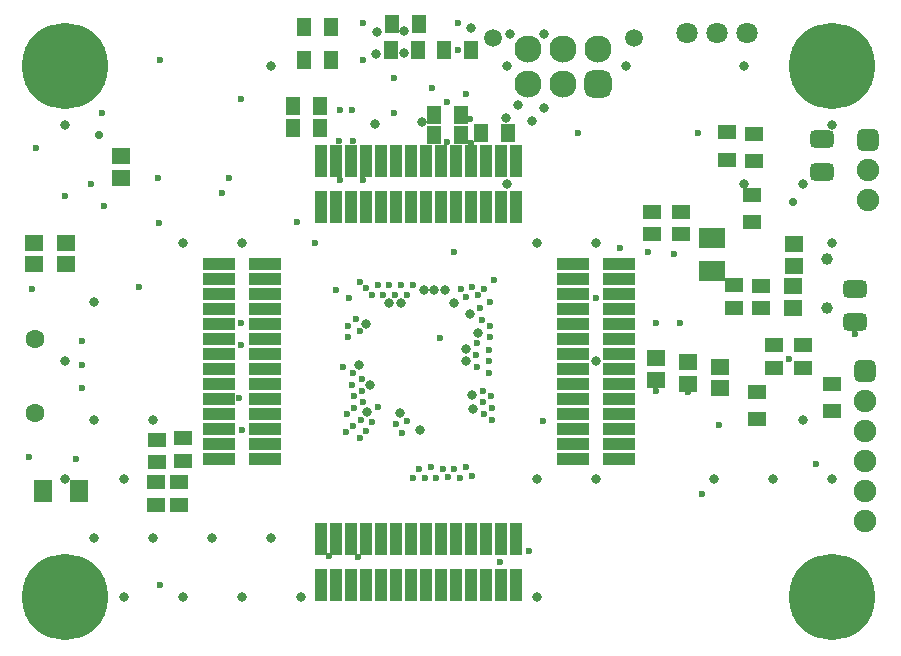
<source format=gbs>
G04*
G04 #@! TF.GenerationSoftware,Altium Limited,Altium Designer,23.6.0 (18)*
G04*
G04 Layer_Color=16711935*
%FSLAX44Y44*%
%MOMM*%
G71*
G04*
G04 #@! TF.SameCoordinates,CCBC56FC-1CF1-4223-B5A8-590D1C0EEFD8*
G04*
G04*
G04 #@! TF.FilePolarity,Negative*
G04*
G01*
G75*
%ADD44R,1.6000X1.2000*%
%ADD46R,1.6500X1.4500*%
%ADD49C,2.3000*%
%ADD53R,1.2000X1.6000*%
%ADD57R,2.2500X1.7000*%
%ADD67C,7.3000*%
%ADD68C,1.6000*%
%ADD69C,1.0000*%
%ADD70C,1.9000*%
G04:AMPARAMS|DCode=71|XSize=1.9mm|YSize=1.9mm|CornerRadius=0.55mm|HoleSize=0mm|Usage=FLASHONLY|Rotation=270.000|XOffset=0mm|YOffset=0mm|HoleType=Round|Shape=RoundedRectangle|*
%AMROUNDEDRECTD71*
21,1,1.9000,0.8000,0,0,270.0*
21,1,0.8000,1.9000,0,0,270.0*
1,1,1.1000,-0.4000,-0.4000*
1,1,1.1000,-0.4000,0.4000*
1,1,1.1000,0.4000,0.4000*
1,1,1.1000,0.4000,-0.4000*
%
%ADD71ROUNDEDRECTD71*%
G04:AMPARAMS|DCode=72|XSize=2.3mm|YSize=2.3mm|CornerRadius=0.65mm|HoleSize=0mm|Usage=FLASHONLY|Rotation=90.000|XOffset=0mm|YOffset=0mm|HoleType=Round|Shape=RoundedRectangle|*
%AMROUNDEDRECTD72*
21,1,2.3000,1.0000,0,0,90.0*
21,1,1.0000,2.3000,0,0,90.0*
1,1,1.3000,0.5000,0.5000*
1,1,1.3000,0.5000,-0.5000*
1,1,1.3000,-0.5000,-0.5000*
1,1,1.3000,-0.5000,0.5000*
%
%ADD72ROUNDEDRECTD72*%
%ADD73C,1.5000*%
%ADD74C,1.8000*%
%ADD75C,0.6000*%
%ADD76C,0.8000*%
%ADD77C,0.7000*%
%ADD93R,1.0500X2.7000*%
G04:AMPARAMS|DCode=94|XSize=2.05mm|YSize=1.55mm|CornerRadius=0.4625mm|HoleSize=0mm|Usage=FLASHONLY|Rotation=0.000|XOffset=0mm|YOffset=0mm|HoleType=Round|Shape=RoundedRectangle|*
%AMROUNDEDRECTD94*
21,1,2.0500,0.6250,0,0,0.0*
21,1,1.1250,1.5500,0,0,0.0*
1,1,0.9250,0.5625,-0.3125*
1,1,0.9250,-0.5625,-0.3125*
1,1,0.9250,-0.5625,0.3125*
1,1,0.9250,0.5625,0.3125*
%
%ADD94ROUNDEDRECTD94*%
%ADD95R,1.5000X1.9000*%
%ADD96R,2.7000X1.0500*%
D44*
X127000Y147500D02*
D03*
Y128500D02*
D03*
X147000Y147500D02*
D03*
Y128500D02*
D03*
X150000Y184500D02*
D03*
Y165500D02*
D03*
X128000Y183500D02*
D03*
Y164500D02*
D03*
X640000Y294500D02*
D03*
Y313500D02*
D03*
X617000Y295000D02*
D03*
Y314000D02*
D03*
X675000Y244500D02*
D03*
Y263500D02*
D03*
X651000Y244500D02*
D03*
Y263500D02*
D03*
X700000Y207500D02*
D03*
Y230500D02*
D03*
X636000Y200500D02*
D03*
Y223500D02*
D03*
X547000Y357500D02*
D03*
Y376500D02*
D03*
X572000Y376500D02*
D03*
Y357500D02*
D03*
X632000Y390500D02*
D03*
Y367500D02*
D03*
X634000Y419500D02*
D03*
Y442500D02*
D03*
X611000Y420500D02*
D03*
Y443500D02*
D03*
D46*
X667000Y294750D02*
D03*
Y313250D02*
D03*
X668000Y330750D02*
D03*
Y349250D02*
D03*
X551000Y234000D02*
D03*
Y252500D02*
D03*
X578000Y230750D02*
D03*
Y249250D02*
D03*
X605000Y245250D02*
D03*
Y226750D02*
D03*
X51000Y331750D02*
D03*
Y350250D02*
D03*
X98000Y405000D02*
D03*
Y423500D02*
D03*
X24000Y331750D02*
D03*
Y350250D02*
D03*
D49*
X442000Y484555D02*
D03*
X472000D02*
D03*
X442000Y514555D02*
D03*
X472000D02*
D03*
X502000D02*
D03*
D53*
X385500Y441000D02*
D03*
X362500D02*
D03*
X425500Y443000D02*
D03*
X402500D02*
D03*
X394500Y513000D02*
D03*
X371500D02*
D03*
X350500Y535000D02*
D03*
X327500D02*
D03*
X266500Y466000D02*
D03*
X243500D02*
D03*
Y447000D02*
D03*
X266500D02*
D03*
X252500Y533000D02*
D03*
X275500D02*
D03*
Y505000D02*
D03*
X252500D02*
D03*
X326500Y513000D02*
D03*
X349500D02*
D03*
X362500Y458000D02*
D03*
X385500D02*
D03*
D57*
X598000Y354000D02*
D03*
Y326000D02*
D03*
D67*
X700000Y50000D02*
D03*
X700000Y500000D02*
D03*
X50000Y500000D02*
D03*
X50000Y50000D02*
D03*
D68*
X25000Y268250D02*
D03*
Y205750D02*
D03*
D69*
X695500Y295250D02*
D03*
Y336750D02*
D03*
D70*
X728000Y114500D02*
D03*
Y139900D02*
D03*
Y190700D02*
D03*
Y216100D02*
D03*
Y165300D02*
D03*
X730000Y411600D02*
D03*
Y386200D02*
D03*
D71*
X728000Y241500D02*
D03*
X730000Y437000D02*
D03*
D72*
X502000Y484555D02*
D03*
D73*
X531690Y523445D02*
D03*
X412310D02*
D03*
D74*
X602600Y528000D02*
D03*
X577200D02*
D03*
X628000D02*
D03*
D75*
X273800Y85157D02*
D03*
X298310Y84446D02*
D03*
X419000Y80000D02*
D03*
X443000Y89000D02*
D03*
X369050Y60500D02*
D03*
X357000Y63000D02*
D03*
X686000Y163000D02*
D03*
X636000Y223500D02*
D03*
X327000Y534500D02*
D03*
X351000Y537000D02*
D03*
X390000Y160000D02*
D03*
X370000Y159000D02*
D03*
X360000Y160000D02*
D03*
X350000Y159000D02*
D03*
X345000Y314000D02*
D03*
X335000D02*
D03*
X325000D02*
D03*
X315000D02*
D03*
X305000Y312000D02*
D03*
X300000Y317000D02*
D03*
X290000Y280000D02*
D03*
X286000Y245000D02*
D03*
X288000Y190000D02*
D03*
X289000Y205000D02*
D03*
X305000Y191000D02*
D03*
X299750Y184750D02*
D03*
X310000Y198000D02*
D03*
X315000Y211000D02*
D03*
X180500Y192850D02*
D03*
Y205550D02*
D03*
Y218250D02*
D03*
X198000Y219000D02*
D03*
X199000Y263500D02*
D03*
Y282500D02*
D03*
X500000Y303000D02*
D03*
X183000Y392000D02*
D03*
X131000Y505000D02*
D03*
X414000Y319000D02*
D03*
X295000Y210000D02*
D03*
X301000Y200000D02*
D03*
X294000Y195000D02*
D03*
X412000Y210000D02*
D03*
X405000Y205000D02*
D03*
X412000Y200000D02*
D03*
X404000Y215000D02*
D03*
X411000Y220000D02*
D03*
X404000Y225000D02*
D03*
X368000Y269500D02*
D03*
X380000Y159000D02*
D03*
X374980Y151980D02*
D03*
X364820Y151000D02*
D03*
X354750D02*
D03*
X344956D02*
D03*
X340000Y199000D02*
D03*
X663000Y252000D02*
D03*
X511000Y191000D02*
D03*
X361000Y481000D02*
D03*
X577000Y252000D02*
D03*
X590000Y137000D02*
D03*
X72500Y400000D02*
D03*
X82000Y460000D02*
D03*
X551000Y282000D02*
D03*
X26000Y430250D02*
D03*
X50000Y390000D02*
D03*
X283500Y403000D02*
D03*
X455000Y199000D02*
D03*
X719000Y273000D02*
D03*
X485000Y443000D02*
D03*
X369000Y414000D02*
D03*
X343000Y417000D02*
D03*
X356000D02*
D03*
X380000Y342000D02*
D03*
X632000Y390500D02*
D03*
X83000Y381000D02*
D03*
X331000Y418000D02*
D03*
X406000Y427000D02*
D03*
X691000Y405100D02*
D03*
X290773Y303156D02*
D03*
X199000Y472000D02*
D03*
X302500Y403000D02*
D03*
X262000Y350000D02*
D03*
X247000Y368000D02*
D03*
X296500Y285500D02*
D03*
X290000Y270000D02*
D03*
X300000Y275000D02*
D03*
X279413Y310000D02*
D03*
X189000Y405000D02*
D03*
X374000Y435500D02*
D03*
Y469000D02*
D03*
X385250Y311000D02*
D03*
X130000Y366950D02*
D03*
X571000Y282000D02*
D03*
X113000Y313000D02*
D03*
X129000Y405000D02*
D03*
X131000Y60500D02*
D03*
X213000Y180000D02*
D03*
X200000Y192000D02*
D03*
X60000Y167000D02*
D03*
X33000Y140000D02*
D03*
X65000Y247000D02*
D03*
X52000Y331000D02*
D03*
X22000Y311000D02*
D03*
X394000Y435000D02*
D03*
X294172Y436461D02*
D03*
X393000Y455000D02*
D03*
X293000Y462250D02*
D03*
X329000Y460000D02*
D03*
Y490000D02*
D03*
X383250Y536000D02*
D03*
X617000Y295000D02*
D03*
X599000Y324750D02*
D03*
X667000Y294000D02*
D03*
X382000Y416000D02*
D03*
X394000Y415000D02*
D03*
X520000Y346000D02*
D03*
X544000Y342000D02*
D03*
X566000Y341000D02*
D03*
X604000Y196000D02*
D03*
X603000Y226000D02*
D03*
X578000Y224000D02*
D03*
X551000Y225000D02*
D03*
X677000Y267000D02*
D03*
X403000Y285000D02*
D03*
X611000Y443500D02*
D03*
X586000Y443000D02*
D03*
X394970Y152400D02*
D03*
X302000Y235000D02*
D03*
X384810Y151130D02*
D03*
X294000Y240000D02*
D03*
X405336Y310795D02*
D03*
X390000Y304000D02*
D03*
X65000Y227000D02*
D03*
Y267000D02*
D03*
X20000Y169000D02*
D03*
X409000Y240000D02*
D03*
X399000Y245000D02*
D03*
X408940Y259750D02*
D03*
X398000Y255000D02*
D03*
X399000Y265000D02*
D03*
X410000Y300000D02*
D03*
X402000Y295000D02*
D03*
X410000Y280000D02*
D03*
Y270000D02*
D03*
X340000Y306000D02*
D03*
X330000D02*
D03*
X310000D02*
D03*
X320000D02*
D03*
X394970Y312420D02*
D03*
X266000Y465000D02*
D03*
Y448000D02*
D03*
X283000Y462250D02*
D03*
X276000Y504000D02*
D03*
X274000Y533000D02*
D03*
X390000Y476000D02*
D03*
X383000Y513000D02*
D03*
X350000Y512000D02*
D03*
X252500Y533000D02*
D03*
X282000Y436000D02*
D03*
X303000Y505000D02*
D03*
Y536000D02*
D03*
X361500Y461000D02*
D03*
X303000Y215000D02*
D03*
X295000Y220000D02*
D03*
X302000Y225000D02*
D03*
X293000Y230000D02*
D03*
X330200Y196850D02*
D03*
X335280Y189230D02*
D03*
X400050Y306070D02*
D03*
X408940Y250220D02*
D03*
D76*
X700000Y450000D02*
D03*
Y350000D02*
D03*
Y150000D02*
D03*
X675000Y400000D02*
D03*
Y200000D02*
D03*
X650000Y150000D02*
D03*
X625000Y500000D02*
D03*
Y400000D02*
D03*
X600000Y150000D02*
D03*
X525000Y500000D02*
D03*
X500000Y350000D02*
D03*
Y250000D02*
D03*
Y150000D02*
D03*
X450000Y350000D02*
D03*
Y150000D02*
D03*
Y50000D02*
D03*
X425000Y500000D02*
D03*
Y400000D02*
D03*
X250000Y50000D02*
D03*
X225000Y500000D02*
D03*
X200000Y350000D02*
D03*
X225000Y100000D02*
D03*
X200000Y50000D02*
D03*
X150000Y350000D02*
D03*
X175000Y100000D02*
D03*
X150000Y50000D02*
D03*
X125000Y200000D02*
D03*
X100000Y150000D02*
D03*
X125000Y100000D02*
D03*
X100000Y50000D02*
D03*
X50000Y450000D02*
D03*
X75000Y300000D02*
D03*
X50000Y250000D02*
D03*
X75000Y200000D02*
D03*
X50000Y150000D02*
D03*
X75000Y100000D02*
D03*
X372000Y310000D02*
D03*
X363000D02*
D03*
X354000D02*
D03*
X445844Y453120D02*
D03*
X456000Y464000D02*
D03*
X424000Y456000D02*
D03*
X434000Y467000D02*
D03*
X337000Y529000D02*
D03*
X314345Y528778D02*
D03*
X314000Y510000D02*
D03*
X337000Y511000D02*
D03*
X394000Y532000D02*
D03*
X456000Y527000D02*
D03*
X427000D02*
D03*
X353000Y452000D02*
D03*
X313000Y451000D02*
D03*
X380000Y299000D02*
D03*
X393000Y290000D02*
D03*
X400000Y274000D02*
D03*
X390000Y260000D02*
D03*
Y250000D02*
D03*
X395000Y221000D02*
D03*
X396000Y209000D02*
D03*
X351000Y192000D02*
D03*
X334000Y206000D02*
D03*
X306000Y207000D02*
D03*
X309000Y230000D02*
D03*
X299000Y247000D02*
D03*
X305000Y281000D02*
D03*
X335000Y299000D02*
D03*
X325000D02*
D03*
X680000Y70000D02*
D03*
X672500Y50000D02*
D03*
X680000Y30000D02*
D03*
X700000Y22500D02*
D03*
X720000Y30000D02*
D03*
X727500Y50000D02*
D03*
X720000Y70000D02*
D03*
X700000Y77500D02*
D03*
X700000Y527500D02*
D03*
X720000Y520000D02*
D03*
X727500Y500000D02*
D03*
X720000Y480000D02*
D03*
X700000Y472500D02*
D03*
X680000Y480000D02*
D03*
X672500Y500000D02*
D03*
X680000Y520000D02*
D03*
X50000Y527500D02*
D03*
X70000Y520000D02*
D03*
X77500Y500000D02*
D03*
X70000Y480000D02*
D03*
X50000Y472500D02*
D03*
X30000Y480000D02*
D03*
X22500Y500000D02*
D03*
X30000Y520000D02*
D03*
X50000Y77500D02*
D03*
X70000Y70000D02*
D03*
X77500Y50000D02*
D03*
X70000Y30000D02*
D03*
X50000Y22500D02*
D03*
X30000Y30000D02*
D03*
X22500Y50000D02*
D03*
X30000Y70000D02*
D03*
D77*
X318000Y415000D02*
D03*
X520000Y307000D02*
D03*
X79000Y441000D02*
D03*
X667000Y385000D02*
D03*
D93*
X432550Y60500D02*
D03*
X419850D02*
D03*
X407150D02*
D03*
X394450D02*
D03*
X381750D02*
D03*
X432550Y99500D02*
D03*
X419850D02*
D03*
X407150D02*
D03*
X394450D02*
D03*
X381750D02*
D03*
X369050Y60500D02*
D03*
X356350D02*
D03*
X369050Y99500D02*
D03*
X356350D02*
D03*
X343650Y60500D02*
D03*
Y99500D02*
D03*
X267450Y60500D02*
D03*
Y99500D02*
D03*
X280150D02*
D03*
Y60500D02*
D03*
X292850Y99500D02*
D03*
Y60500D02*
D03*
X305550Y99500D02*
D03*
Y60500D02*
D03*
X318250Y99500D02*
D03*
X330950D02*
D03*
X318250Y60500D02*
D03*
X330950D02*
D03*
Y380500D02*
D03*
X318250D02*
D03*
X330950Y419500D02*
D03*
X318250D02*
D03*
X305550Y380500D02*
D03*
Y419500D02*
D03*
X292850Y380500D02*
D03*
Y419500D02*
D03*
X280150Y380500D02*
D03*
Y419500D02*
D03*
X267450D02*
D03*
Y380500D02*
D03*
X343650Y419500D02*
D03*
Y380500D02*
D03*
X356350Y419500D02*
D03*
X369050D02*
D03*
X356350Y380500D02*
D03*
X369050D02*
D03*
X381750Y419500D02*
D03*
X394450D02*
D03*
X407150D02*
D03*
X419850D02*
D03*
X432550D02*
D03*
X381750Y380500D02*
D03*
X394450D02*
D03*
X407150D02*
D03*
X419850D02*
D03*
X432550D02*
D03*
D94*
X719000Y311250D02*
D03*
Y282750D02*
D03*
X691000Y438250D02*
D03*
Y409750D02*
D03*
D95*
X31500Y140000D02*
D03*
X62500D02*
D03*
D96*
X219500Y230950D02*
D03*
Y218250D02*
D03*
X180500Y230950D02*
D03*
Y218250D02*
D03*
X219500Y205550D02*
D03*
X180500D02*
D03*
X219500Y192850D02*
D03*
X180500D02*
D03*
X219500Y180150D02*
D03*
X180500D02*
D03*
Y167450D02*
D03*
X219500D02*
D03*
X180500Y243650D02*
D03*
X219500D02*
D03*
X180500Y256350D02*
D03*
Y269050D02*
D03*
X219500Y256350D02*
D03*
Y269050D02*
D03*
X180500Y281750D02*
D03*
Y294450D02*
D03*
Y307150D02*
D03*
Y319850D02*
D03*
Y332550D02*
D03*
X219500Y281750D02*
D03*
Y294450D02*
D03*
Y307150D02*
D03*
Y319850D02*
D03*
Y332550D02*
D03*
X480500Y269050D02*
D03*
Y281750D02*
D03*
X519500Y269050D02*
D03*
Y281750D02*
D03*
X480500Y294450D02*
D03*
X519500D02*
D03*
X480500Y307150D02*
D03*
X519500D02*
D03*
X480500Y319850D02*
D03*
X519500D02*
D03*
Y332550D02*
D03*
X480500D02*
D03*
X519500Y256350D02*
D03*
X480500D02*
D03*
X519500Y243650D02*
D03*
Y230950D02*
D03*
X480500Y243650D02*
D03*
Y230950D02*
D03*
X519500Y218250D02*
D03*
Y205550D02*
D03*
Y192850D02*
D03*
Y180150D02*
D03*
Y167450D02*
D03*
X480500Y218250D02*
D03*
Y205550D02*
D03*
Y192850D02*
D03*
Y180150D02*
D03*
Y167450D02*
D03*
M02*

</source>
